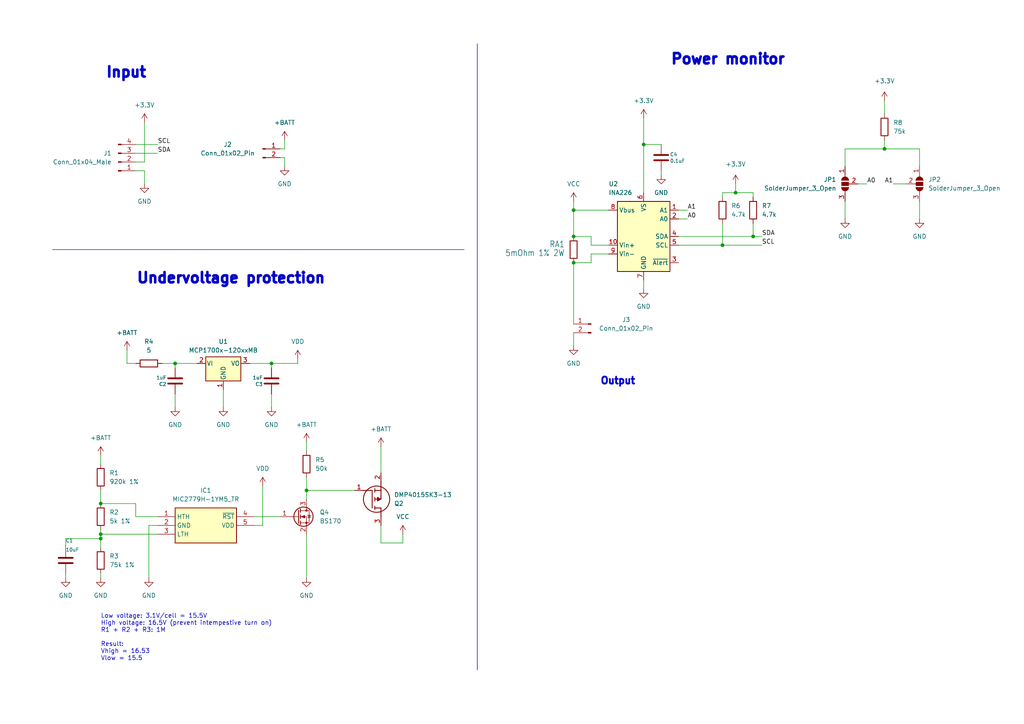
<source format=kicad_sch>
(kicad_sch (version 20230121) (generator eeschema)
  (paper "A4")
  (lib_symbols
    (symbol "Connector:Conn_01x02_Pin" (pin_names (offset 1.016) hide)
      (property "Reference" "J" (at 0 2.54 0))
      (property "Value" "Conn_01x02_Pin" (at 0 -5.08 0))
      (symbol "Conn_01x02_Pin_1_1"
        (polyline (pts (xy 1.27 -2.54) (xy 0.8636 -2.54)) (stroke (width 0.1524)))
        (polyline (pts (xy 1.27 0) (xy 0.8636 0)) (stroke (width 0.1524)))
        (rectangle (start 0.8636 -2.413) (end 0 -2.667) (stroke (width 0.1524)) (fill (type outline)))
        (rectangle (start 0.8636 0.127) (end 0 -0.127) (stroke (width 0.1524)) (fill (type outline)))
        (pin passive line (at 5.08 0 180) (length 3.81) (name "Pin_1") (number "1"))
        (pin passive line (at 5.08 -2.54 180) (length 3.81) (name "Pin_2") (number "2"))
      )
    )
    (symbol "Connector:Conn_01x04_Male" (pin_names (offset 1.016) hide)
      (property "Reference" "J" (at 0 5.08 0))
      (property "Value" "Conn_01x04_Male" (at 0 -7.62 0))
      (symbol "Conn_01x04_Male_1_1"
        (polyline (pts (xy 1.27 -5.08) (xy 0.8636 -5.08)) (stroke (width 0.1524)))
        (polyline (pts (xy 1.27 -2.54) (xy 0.8636 -2.54)) (stroke (width 0.1524)))
        (polyline (pts (xy 1.27 0) (xy 0.8636 0)) (stroke (width 0.1524)))
        (polyline (pts (xy 1.27 2.54) (xy 0.8636 2.54)) (stroke (width 0.1524)))
        (rectangle (start 0.8636 -4.953) (end 0 -5.207) (stroke (width 0.1524)) (fill (type outline)))
        (rectangle (start 0.8636 -2.413) (end 0 -2.667) (stroke (width 0.1524)) (fill (type outline)))
        (rectangle (start 0.8636 0.127) (end 0 -0.127) (stroke (width 0.1524)) (fill (type outline)))
        (rectangle (start 0.8636 2.667) (end 0 2.413) (stroke (width 0.1524)) (fill (type outline)))
        (pin passive line (at 5.08 2.54 180) (length 3.81) (name "Pin_1") (number "1"))
        (pin passive line (at 5.08 0 180) (length 3.81) (name "Pin_2") (number "2"))
        (pin passive line (at 5.08 -2.54 180) (length 3.81) (name "Pin_3") (number "3"))
        (pin passive line (at 5.08 -5.08 180) (length 3.81) (name "Pin_4") (number "4"))
      )
    )
    (symbol "Device:C" (pin_numbers hide) (pin_names (offset 0.254))
      (property "Reference" "C" (at 0.635 2.54 0))
      (property "Value" "C" (at 0.635 -2.54 0))
      (symbol "C_0_1"
        (polyline (pts (xy -2.032 -0.762) (xy 2.032 -0.762)) (stroke (width 0.508)))
        (polyline (pts (xy -2.032 0.762) (xy 2.032 0.762)) (stroke (width 0.508)))
      )
      (symbol "C_1_1"
        (pin passive line (at 0 3.81 270) (length 2.794) (name "~") (number "1"))
        (pin passive line (at 0 -3.81 90) (length 2.794) (name "~") (number "2"))
      )
    )
    (symbol "Device:Q_NMOS_GSD" (pin_names (offset 0) hide)
      (property "Reference" "Q" (at 5.08 1.27 0))
      (property "Value" "Q_NMOS_GSD" (at 5.08 -1.27 0))
      (symbol "Q_NMOS_GSD_0_1"
        (polyline (pts (xy 0.254 0) (xy -2.54 0)))
        (polyline (pts (xy 0.254 1.905) (xy 0.254 -1.905)) (stroke (width 0.254)))
        (polyline (pts (xy 0.762 -1.27) (xy 0.762 -2.286)) (stroke (width 0.254)))
        (polyline (pts (xy 0.762 0.508) (xy 0.762 -0.508)) (stroke (width 0.254)))
        (polyline (pts (xy 0.762 2.286) (xy 0.762 1.27)) (stroke (width 0.254)))
        (polyline (pts (xy 2.54 2.54) (xy 2.54 1.778)))
        (polyline (pts (xy 2.54 -2.54) (xy 2.54 0) (xy 0.762 0)))
        (polyline (pts (xy 0.762 -1.778) (xy 3.302 -1.778) (xy 3.302 1.778) (xy 0.762 1.778)))
        (polyline (pts (xy 1.016 0) (xy 2.032 0.381) (xy 2.032 -0.381) (xy 1.016 0)) (fill (type outline)))
        (polyline (pts (xy 2.794 0.508) (xy 2.921 0.381) (xy 3.683 0.381) (xy 3.81 0.254)))
        (polyline (pts (xy 3.302 0.381) (xy 2.921 -0.254) (xy 3.683 -0.254) (xy 3.302 0.381)))
        (circle (center 1.651 0) (radius 2.794) (stroke (width 0.254)))
        (circle (center 2.54 -1.778) (radius 0.254) (fill (type outline)))
        (circle (center 2.54 1.778) (radius 0.254) (fill (type outline)))
      )
      (symbol "Q_NMOS_GSD_1_1"
        (pin input line (at -5.08 0 0) (length 2.54) (name "G") (number "1"))
        (pin passive line (at 2.54 -5.08 90) (length 2.54) (name "S") (number "2"))
        (pin passive line (at 2.54 5.08 270) (length 2.54) (name "D") (number "3"))
      )
    )
    (symbol "Device:R" (pin_numbers hide) (pin_names (offset 0))
      (property "Reference" "R" (at 2.032 0 90))
      (property "Value" "R" (at 0 0 90))
      (symbol "R_0_1"
        (rectangle (start -1.016 -2.54) (end 1.016 2.54) (stroke (width 0.254)))
      )
      (symbol "R_1_1"
        (pin passive line (at 0 3.81 270) (length 1.27) (name "~") (number "1"))
        (pin passive line (at 0 -3.81 90) (length 1.27) (name "~") (number "2"))
      )
    )
    (symbol "Jumper:SolderJumper_3_Open" (pin_names (offset 0) hide)
      (property "Reference" "JP" (at -2.54 -2.54 0))
      (property "Value" "SolderJumper_3_Open" (at 0 2.794 0))
      (symbol "SolderJumper_3_Open_0_1"
        (arc (start -1.016 1.016) (mid -2.0276 0) (end -1.016 -1.016))
        (arc (start -1.016 1.016) (mid -2.0276 0) (end -1.016 -1.016) (fill (type outline)))
        (rectangle (start -0.508 1.016) (end 0.508 -1.016) (fill (type outline)))
        (polyline (pts (xy -2.54 0) (xy -2.032 0)))
        (polyline (pts (xy -1.016 1.016) (xy -1.016 -1.016)))
        (polyline (pts (xy 0 -1.27) (xy 0 -1.016)))
        (polyline (pts (xy 1.016 1.016) (xy 1.016 -1.016)))
        (polyline (pts (xy 2.54 0) (xy 2.032 0)))
        (arc (start 1.016 -1.016) (mid 2.0276 0) (end 1.016 1.016))
        (arc (start 1.016 -1.016) (mid 2.0276 0) (end 1.016 1.016) (fill (type outline)))
      )
      (symbol "SolderJumper_3_Open_1_1"
        (pin passive line (at -5.08 0 0) (length 2.54) (name "A") (number "1"))
        (pin passive line (at 0 -3.81 90) (length 2.54) (name "C") (number "2"))
        (pin passive line (at 5.08 0 180) (length 2.54) (name "B") (number "3"))
      )
    )
    (symbol "MIC2779L-1YM5_TR:DMP4015SK3-13" (pin_names hide)
      (property "Reference" "Q" (at 11.43 3.81 0))
      (property "Value" "DMP4015SK3-13" (at 11.43 1.27 0))
      (symbol "DMP4015SK3-13_1_1"
        (polyline (pts (xy 2.54 0) (xy 5.08 0)) (stroke (width 0.254)))
        (polyline (pts (xy 5.08 5.08) (xy 5.08 0)) (stroke (width 0.254)))
        (polyline (pts (xy 5.842 -0.508) (xy 5.842 0.508)) (stroke (width 0.254)))
        (polyline (pts (xy 5.842 0) (xy 7.62 0)) (stroke (width 0.254)))
        (polyline (pts (xy 5.842 2.032) (xy 5.842 3.048)) (stroke (width 0.254)))
        (polyline (pts (xy 5.842 5.588) (xy 5.842 4.572)) (stroke (width 0.254)))
        (polyline (pts (xy 7.62 2.54) (xy 5.842 2.54)) (stroke (width 0.254)))
        (polyline (pts (xy 7.62 2.54) (xy 7.62 -2.54)) (stroke (width 0.254)))
        (polyline (pts (xy 7.62 5.08) (xy 5.842 5.08)) (stroke (width 0.254)))
        (polyline (pts (xy 7.62 5.08) (xy 7.62 7.62)) (stroke (width 0.254)))
        (polyline (pts (xy 7.62 2.54) (xy 6.604 3.048) (xy 6.604 2.032) (xy 7.62 2.54)) (stroke (width 0.254)) (fill (type outline)))
        (circle (center 6.35 2.54) (radius 3.81) (stroke (width 0.254)))
        (pin passive line (at 0 0 0) (length 2.54) (name "G") (number "1"))
        (pin passive line (at 7.62 -5.08 90) (length 2.54) (name "S") (number "2"))
        (pin passive line (at 7.62 10.16 270) (length 2.54) (name "D") (number "3"))
      )
    )
    (symbol "MIC2779L-1YM5_TR:MIC2779L-1YM5_TR"
      (property "Reference" "IC" (at 24.13 7.62 0))
      (property "Value" "MIC2779L-1YM5_TR" (at 24.13 5.08 0))
      (symbol "MIC2779L-1YM5_TR_1_1"
        (rectangle (start 5.08 2.54) (end 22.86 -7.62) (stroke (width 0.254)) (fill (type background)))
        (pin passive line (at 0 0 0) (length 5.08) (name "HTH") (number "1"))
        (pin passive line (at 0 -2.54 0) (length 5.08) (name "GND") (number "2"))
        (pin passive line (at 0 -5.08 0) (length 5.08) (name "LTH") (number "3"))
        (pin passive line (at 27.94 0 180) (length 5.08) (name "~{RST}") (number "4"))
        (pin passive line (at 27.94 -2.54 180) (length 5.08) (name "VDD") (number "5"))
      )
    )
    (symbol "Regulator_Linear:MCP1700x-120xxMB" (pin_names (offset 0.254))
      (property "Reference" "U" (at -3.81 3.175 0))
      (property "Value" "MCP1700x-120xxMB" (at 0 3.175 0))
      (symbol "MCP1700x-120xxMB_0_1"
        (rectangle (start -5.08 -5.08) (end 5.08 1.905) (stroke (width 0.254)) (fill (type background)))
      )
      (symbol "MCP1700x-120xxMB_1_1"
        (pin power_in line (at 0 -7.62 90) (length 2.54) (name "GND") (number "1"))
        (pin power_in line (at -7.62 0 0) (length 2.54) (name "VI") (number "2"))
        (pin power_out line (at 7.62 0 180) (length 2.54) (name "VO") (number "3"))
      )
    )
    (symbol "Sensor_Energy:INA226"
      (property "Reference" "U" (at -6.35 11.43 0))
      (property "Value" "INA226" (at 3.81 11.43 0))
      (symbol "INA226_0_1"
        (rectangle (start 7.62 10.16) (end -7.62 -10.16) (stroke (width 0.254)) (fill (type background)))
      )
      (symbol "INA226_1_1"
        (pin input line (at 10.16 7.62 180) (length 2.54) (name "A1") (number "1"))
        (pin input line (at -10.16 -2.54 0) (length 2.54) (name "Vin+") (number "10"))
        (pin input line (at 10.16 5.08 180) (length 2.54) (name "A0") (number "2"))
        (pin open_collector line (at 10.16 -7.62 180) (length 2.54) (name "~{Alert}") (number "3"))
        (pin bidirectional line (at 10.16 0 180) (length 2.54) (name "SDA") (number "4"))
        (pin input line (at 10.16 -2.54 180) (length 2.54) (name "SCL") (number "5"))
        (pin power_in line (at 0 12.7 270) (length 2.54) (name "VS") (number "6"))
        (pin power_in line (at 0 -12.7 90) (length 2.54) (name "GND") (number "7"))
        (pin input line (at -10.16 7.62 0) (length 2.54) (name "Vbus") (number "8"))
        (pin input line (at -10.16 -5.08 0) (length 2.54) (name "Vin-") (number "9"))
      )
    )
    (symbol "power:+3.3V" (power) (pin_names (offset 0))
      (property "Value" "+3.3V" (at 0 3.556 0))
      (symbol "+3.3V_0_1"
        (polyline (pts (xy -0.762 1.27) (xy 0 2.54)))
        (polyline (pts (xy 0 0) (xy 0 2.54)))
        (polyline (pts (xy 0 2.54) (xy 0.762 1.27)))
      )
      (symbol "+3.3V_1_1"
        (pin power_in line (at 0 0 90) (length 0) hide (name "+3.3V") (number "1"))
      )
    )
    (symbol "power:+BATT" (power) (pin_names (offset 0))
      (property "Value" "+BATT" (at 0 3.556 0))
      (symbol "+BATT_0_1"
        (polyline (pts (xy -0.762 1.27) (xy 0 2.54)))
        (polyline (pts (xy 0 0) (xy 0 2.54)))
        (polyline (pts (xy 0 2.54) (xy 0.762 1.27)))
      )
      (symbol "+BATT_1_1"
        (pin power_in line (at 0 0 90) (length 0) hide (name "+BATT") (number "1"))
      )
    )
    (symbol "power:GND" (power) (pin_names (offset 0))
      (property "Value" "GND" (at 0 -3.81 0))
      (symbol "GND_0_1"
        (polyline (pts (xy 0 0) (xy 0 -1.27) (xy 1.27 -1.27) (xy 0 -2.54) (xy -1.27 -1.27) (xy 0 -1.27)))
      )
      (symbol "GND_1_1"
        (pin power_in line (at 0 0 270) (length 0) hide (name "GND") (number "1"))
      )
    )
    (symbol "power:VCC" (power) (pin_names (offset 0))
      (property "Value" "VCC" (at 0 3.81 0))
      (symbol "VCC_0_1"
        (polyline (pts (xy -0.762 1.27) (xy 0 2.54)))
        (polyline (pts (xy 0 0) (xy 0 2.54)))
        (polyline (pts (xy 0 2.54) (xy 0.762 1.27)))
      )
      (symbol "VCC_1_1"
        (pin power_in line (at 0 0 90) (length 0) hide (name "VCC") (number "1"))
      )
    )
    (symbol "power:VDD" (power) (pin_names (offset 0))
      (property "Value" "VDD" (at 0 3.81 0))
      (symbol "VDD_0_1"
        (polyline (pts (xy -0.762 1.27) (xy 0 2.54)))
        (polyline (pts (xy 0 0) (xy 0 2.54)))
        (polyline (pts (xy 0 2.54) (xy 0.762 1.27)))
      )
      (symbol "VDD_1_1"
        (pin power_in line (at 0 0 90) (length 0) hide (name "VDD") (number "1"))
      )
    )
  )
  (junction (at 209.55 71.12))
  (junction (at 50.8 105.41))
  (junction (at 78.74 105.41))
  (junction (at 166.37 76.2))
  (junction (at 88.9 142.24))
  (junction (at 256.54 43.18))
  (junction (at 166.37 68.58))
  (junction (at 29.21 146.05))
  (junction (at 218.44 68.58))
  (junction (at 166.37 60.96))
  (junction (at 213.36 55.88))
  (junction (at 29.21 154.94))
  (junction (at 186.69 41.91))
  (junction (at 29.21 156.21))
  (wire (pts (xy 186.69 34.29) (xy 186.69 41.91)))
  (wire (pts (xy 78.74 105.41) (xy 86.36 105.41)))
  (wire (pts (xy 218.44 68.58) (xy 220.98 68.58)))
  (wire (pts (xy 209.55 55.88) (xy 213.36 55.88)))
  (wire (pts (xy 29.21 156.21) (xy 29.21 158.75)))
  (wire (pts (xy 199.39 63.5) (xy 196.85 63.5)))
  (wire (pts (xy 36.83 105.41) (xy 39.37 105.41)))
  (wire (pts (xy 245.11 48.26) (xy 245.11 43.18)))
  (wire (pts (xy 186.69 41.91) (xy 186.69 55.88)))
  (wire (pts (xy 213.36 53.34) (xy 213.36 55.88)))
  (wire (pts (xy 29.21 154.94) (xy 29.21 156.21)))
  (wire (pts (xy 29.21 153.67) (xy 29.21 154.94)))
  (wire (pts (xy 88.9 154.94) (xy 88.9 167.64)))
  (wire (pts (xy 171.45 68.58) (xy 166.37 68.58)))
  (wire (pts (xy 110.49 157.48) (xy 110.49 152.4)))
  (wire (pts (xy 45.72 149.86) (xy 39.37 149.86)))
  (wire (pts (xy 176.53 73.66) (xy 171.45 73.66)))
  (wire (pts (xy 76.2 152.4) (xy 76.2 140.97)))
  (wire (pts (xy 266.7 63.5) (xy 266.7 58.42)))
  (wire (pts (xy 36.83 101.6) (xy 36.83 105.41)))
  (wire (pts (xy 256.54 29.21) (xy 256.54 33.02)))
  (wire (pts (xy 88.9 138.43) (xy 88.9 142.24)))
  (wire (pts (xy 73.66 152.4) (xy 76.2 152.4)))
  (wire (pts (xy 171.45 73.66) (xy 171.45 76.2)))
  (wire (pts (xy 46.99 105.41) (xy 50.8 105.41)))
  (wire (pts (xy 191.77 49.53) (xy 191.77 50.8)))
  (wire (pts (xy 50.8 106.68) (xy 50.8 105.41)))
  (wire (pts (xy 256.54 43.18) (xy 266.7 43.18)))
  (wire (pts (xy 186.69 81.28) (xy 186.69 83.82)))
  (wire (pts (xy 39.37 49.53) (xy 41.91 49.53)))
  (wire (pts (xy 82.55 45.72) (xy 82.55 48.26)))
  (wire (pts (xy 176.53 71.12) (xy 171.45 71.12)))
  (wire (pts (xy 78.74 105.41) (xy 78.74 106.68)))
  (wire (pts (xy 209.55 64.77) (xy 209.55 71.12)))
  (wire (pts (xy 39.37 41.91) (xy 45.72 41.91)))
  (wire (pts (xy 45.72 154.94) (xy 29.21 154.94)))
  (wire (pts (xy 116.84 157.48) (xy 116.84 154.94)))
  (wire (pts (xy 29.21 132.08) (xy 29.21 134.62)))
  (wire (pts (xy 166.37 93.98) (xy 166.37 76.2)))
  (wire (pts (xy 19.05 156.21) (xy 29.21 156.21)))
  (wire (pts (xy 166.37 60.96) (xy 166.37 58.42)))
  (wire (pts (xy 171.45 76.2) (xy 166.37 76.2)))
  (wire (pts (xy 266.7 43.18) (xy 266.7 48.26)))
  (wire (pts (xy 245.11 63.5) (xy 245.11 58.42)))
  (wire (pts (xy 256.54 43.18) (xy 256.54 40.64)))
  (wire (pts (xy 72.39 105.41) (xy 78.74 105.41)))
  (wire (pts (xy 43.18 152.4) (xy 45.72 152.4)))
  (wire (pts (xy 245.11 43.18) (xy 256.54 43.18)))
  (wire (pts (xy 81.28 45.72) (xy 82.55 45.72)))
  (wire (pts (xy 64.77 113.03) (xy 64.77 118.11)))
  (wire (pts (xy 19.05 158.75) (xy 19.05 156.21)))
  (wire (pts (xy 171.45 71.12) (xy 171.45 68.58)))
  (wire (pts (xy 82.55 43.18) (xy 81.28 43.18)))
  (wire (pts (xy 199.39 60.96) (xy 196.85 60.96)))
  (wire (pts (xy 29.21 166.37) (xy 29.21 167.64)))
  (wire (pts (xy 88.9 128.27) (xy 88.9 130.81)))
  (wire (pts (xy 41.91 46.99) (xy 39.37 46.99)))
  (wire (pts (xy 39.37 146.05) (xy 29.21 146.05)))
  (wire (pts (xy 39.37 149.86) (xy 39.37 146.05)))
  (wire (pts (xy 50.8 114.3) (xy 50.8 118.11)))
  (wire (pts (xy 41.91 49.53) (xy 41.91 53.34)))
  (wire (pts (xy 209.55 55.88) (xy 209.55 57.15)))
  (wire (pts (xy 196.85 68.58) (xy 218.44 68.58)))
  (wire (pts (xy 209.55 71.12) (xy 220.98 71.12)))
  (wire (pts (xy 82.55 40.64) (xy 82.55 43.18)))
  (wire (pts (xy 19.05 166.37) (xy 19.05 167.64)))
  (wire (pts (xy 110.49 129.54) (xy 110.49 137.16)))
  (wire (pts (xy 176.53 60.96) (xy 166.37 60.96)))
  (wire (pts (xy 196.85 71.12) (xy 209.55 71.12)))
  (wire (pts (xy 78.74 114.3) (xy 78.74 118.11)))
  (wire (pts (xy 186.69 41.91) (xy 191.77 41.91)))
  (wire (pts (xy 86.36 105.41) (xy 86.36 104.14)))
  (wire (pts (xy 218.44 64.77) (xy 218.44 68.58)))
  (wire (pts (xy 41.91 35.56) (xy 41.91 46.99)))
  (wire (pts (xy 43.18 167.64) (xy 43.18 152.4)))
  (wire (pts (xy 213.36 55.88) (xy 218.44 55.88)))
  (wire (pts (xy 166.37 96.52) (xy 166.37 100.33)))
  (polyline (pts (xy 138.43 12.7) (xy 138.43 194.31)) (stroke (width 0.1524) (type solid)))
  (wire (pts (xy 218.44 55.88) (xy 218.44 57.15)))
  (wire (pts (xy 50.8 105.41) (xy 57.15 105.41)))
  (wire (pts (xy 166.37 60.96) (xy 166.37 68.58)))
  (wire (pts (xy 88.9 142.24) (xy 88.9 144.78)))
  (wire (pts (xy 259.08 53.34) (xy 262.89 53.34)))
  (wire (pts (xy 116.84 157.48) (xy 110.49 157.48)))
  (polyline (pts (xy 134.62 72.39) (xy 15.24 72.39)) (stroke (width 0.1524) (type solid)))
  (wire (pts (xy 248.92 53.34) (xy 251.46 53.34)))
  (wire (pts (xy 39.37 44.45) (xy 45.72 44.45)))
  (wire (pts (xy 73.66 149.86) (xy 81.28 149.86)))
  (wire (pts (xy 102.87 142.24) (xy 88.9 142.24)))
  (wire (pts (xy 29.21 142.24) (xy 29.21 146.05)))
  (text "Power monitor" (at 194.31 19.05 0) (effects (font (size 3 3) (thickness 1) bold) (justify left bottom)))
  (text "Low voltage: 3.1V/cell = 15.5V\nHigh voltage: 16.5V (prevent intempestive turn on)\nR1 + R2 + R3: 1M\n\nResult:\nVhigh = 16.53\nVlow = 15.5" (at 29.21 191.77 0) (effects (font (size 1.27 1.27)) (justify left bottom)))
  (text "Output" (at 173.99 111.76 0) (effects (font (size 2 2) (thickness 1) bold) (justify left bottom)))
  (text "Undervoltage protection" (at 39.37 82.55 0) (effects (font (size 3 3) (thickness 1) bold) (justify left bottom)))
  (text "Input" (at 30.48 22.86 0) (effects (font (size 3 3) (thickness 1) bold) (justify left bottom)))
  (label "A1" (at 199.39 60.96 0))
  (label "A0" (at 251.46 53.34 0))
  (label "SCL" (at 220.98 71.12 0))
  (label "A1" (at 259.08 53.34 180))
  (label "SDA" (at 45.72 44.45 0))
  (label "SCL" (at 45.72 41.91 0))
  (label "A0" (at 199.39 63.5 0))
  (label "SDA" (at 220.98 68.58 0))
  (symbol (lib_id "Regulator_Linear:MCP1700x-120xxMB") (at 64.77 105.41 0) (unit 1)
    (property "Reference" "U1" (at 64.77 99.06 0))
    (property "Value" "MCP1700x-120xxMB" (at 64.77 101.6 0))
    (property "Footprint" "Package_TO_SOT_SMD:SOT-89-3" (effects hide))
    (property "Datasheet" "http://ww1.microchip.com/downloads/en/DeviceDoc/20001826D.pdf" (effects hide))
    (property "RS" "    669-4923" (effects hide))
  )
  (symbol (lib_id "Connector:Conn_01x02_Pin") (at 171.45 93.98 0) (mirror y) (unit 1)
    (property "Reference" "J3" (at 181.61 92.71 0))
    (property "Value" "Conn_01x02_Pin" (at 181.61 95.25 0))
    (property "Footprint" "MIC2779L-1YM5_TR:BatteryHolderOutput" (effects hide))
  )
  (symbol (lib_id "power:GND") (at 266.7 63.5 0) (unit 1)
    (property "Reference" "#PWR027" (effects hide))
    (property "Value" "GND" (at 266.7 68.58 0))
  )
  (symbol (lib_id "Device:R") (at 88.9 134.62 0) (unit 1)
    (property "Reference" "R5" (at 91.44 133.3499 0) (effects (justify left)))
    (property "Value" "50k" (at 91.44 135.8899 0) (effects (justify left)))
    (property "Footprint" "Resistor_SMD:R_0805_2012Metric_Pad1.20x1.40mm_HandSolder" (effects hide))
  )
  (symbol (lib_id "power:GND") (at 88.9 167.64 0) (unit 1)
    (property "Reference" "#PWR016" (effects hide))
    (property "Value" "GND" (at 88.9 172.72 0))
  )
  (symbol (lib_id "power:+BATT") (at 29.21 132.08 0) (unit 1)
    (property "Reference" "#PWR02" (effects hide))
    (property "Value" "+BATT" (at 29.21 127 0))
  )
  (symbol (lib_id "Device:R") (at 29.21 149.86 0) (unit 1)
    (property "Reference" "R2" (at 31.75 148.5899 0) (effects (justify left)))
    (property "Value" "5k 1%" (at 31.75 151.1299 0) (effects (justify left)))
    (property "Footprint" "Resistor_SMD:R_0805_2012Metric_Pad1.20x1.40mm_HandSolder" (effects hide))
    (property "Mouser Part Number" " 71-CRCW0805-5K " (effects hide))
  )
  (symbol (lib_id "power:GND") (at 50.8 118.11 0) (unit 1)
    (property "Reference" "#PWR08" (effects hide))
    (property "Value" "GND" (at 50.8 123.19 0))
  )
  (symbol (lib_id "power:GND") (at 245.11 63.5 0) (mirror y) (unit 1)
    (property "Reference" "#PWR025" (effects hide))
    (property "Value" "GND" (at 245.11 68.58 0))
  )
  (symbol (lib_id "power:+BATT") (at 82.55 40.64 0) (unit 1)
    (property "Reference" "#PWR012" (effects hide))
    (property "Value" "+BATT" (at 82.55 35.56 0))
  )
  (symbol (lib_id "Device:R") (at 218.44 60.96 0) (unit 1)
    (property "Reference" "R7" (at 220.98 59.6899 0) (effects (justify left)))
    (property "Value" "4.7k" (at 220.98 62.2299 0) (effects (justify left)))
    (property "Footprint" "Resistor_SMD:R_0805_2012Metric_Pad1.20x1.40mm_HandSolder" (effects hide))
  )
  (symbol (lib_id "power:GND") (at 186.69 83.82 0) (unit 1)
    (property "Reference" "#PWR022" (effects hide))
    (property "Value" "GND" (at 186.69 88.9 0))
  )
  (symbol (lib_id "Device:R") (at 29.21 138.43 0) (unit 1)
    (property "Reference" "R1" (at 31.75 137.16 0) (effects (justify left)))
    (property "Value" "920k 1%" (at 31.75 139.7 0) (effects (justify left)))
    (property "Footprint" "Resistor_SMD:R_0805_2012Metric_Pad1.20x1.40mm_HandSolder" (effects hide))
    (property "Mouser Part Number" " 660-RN73H2ATD9203B25 " (effects hide))
  )
  (symbol (lib_id "Device:Q_NMOS_GSD") (at 86.36 149.86 0) (unit 1)
    (property "Reference" "Q4" (at 92.71 148.59 0) (effects (justify left)))
    (property "Value" "BS170" (at 92.71 151.13 0) (effects (justify left)))
    (property "Footprint" "Package_TO_SOT_SMD:SC-59" (effects hide))
    (property "RS" "    739-0357" (effects hide))
  )
  (symbol (lib_id "power:GND") (at 82.55 48.26 0) (unit 1)
    (property "Reference" "#PWR013" (effects hide))
    (property "Value" "GND" (at 82.55 53.34 0))
  )
  (symbol (lib_id "Device:C") (at 191.77 45.72 0) (unit 1)
    (property "Reference" "C4" (at 194.31 44.196 0) (effects (font (size 1.016 1.016)) (justify left top)))
    (property "Value" "0.1uF" (at 194.31 47.244 0) (effects (font (size 1.016 1.016)) (justify left bottom)))
    (property "Footprint" "Capacitor_SMD:C_0402_1005Metric_Pad0.74x0.62mm_HandSolder" (effects hide))
    (property "HOUSEPART" "YES" (effects hide))
    (property "MPN" "MF-CAP-0402-0.1uF" (effects hide))
    (property "RS" "    247-7824" (effects hide))
  )
  (symbol (lib_id "power:+3.3V") (at 41.91 35.56 0) (unit 1)
    (property "Reference" "#PWR05" (effects hide))
    (property "Value" "+3.3V" (at 41.91 30.48 0))
  )
  (symbol (lib_id "power:VCC") (at 116.84 154.94 0) (unit 1)
    (property "Reference" "#PWR018" (effects hide))
    (property "Value" "VCC" (at 116.84 149.86 0))
  )
  (symbol (lib_id "power:GND") (at 166.37 100.33 0) (unit 1)
    (property "Reference" "#PWR020" (effects hide))
    (property "Value" "GND" (at 166.37 105.41 0))
  )
  (symbol (lib_id "power:GND") (at 29.21 167.64 0) (unit 1)
    (property "Reference" "#PWR03" (effects hide))
    (property "Value" "GND" (at 29.21 172.72 0))
  )
  (symbol (lib_id "Device:R") (at 166.37 72.39 180) (unit 1)
    (property "Reference" "RA1" (at 163.83 69.85 0) (effects (font (size 1.778 1.5113)) (justify left bottom)))
    (property "Value" "5mOhm 1% 2W" (at 163.83 72.39 0) (effects (font (size 1.778 1.5113)) (justify left bottom)))
    (property "Footprint" "Resistor_SMD:R_2512_6332Metric_Pad1.40x3.35mm_HandSolder" (effects hide))
    (property "POPULATE" "1" (effects hide))
    (property "RS" "  182-5562" (effects hide))
  )
  (symbol (lib_id "Device:R") (at 209.55 60.96 0) (unit 1)
    (property "Reference" "R6" (at 212.09 59.6899 0) (effects (justify left)))
    (property "Value" "4.7k" (at 212.09 62.2299 0) (effects (justify left)))
    (property "Footprint" "Resistor_SMD:R_0805_2012Metric_Pad1.20x1.40mm_HandSolder" (effects hide))
  )
  (symbol (lib_id "Connector:Conn_01x02_Pin") (at 76.2 43.18 0) (unit 1)
    (property "Reference" "J2" (at 66.04 41.91 0))
    (property "Value" "Conn_01x02_Pin" (at 66.04 44.45 0))
    (property "Footprint" "MIC2779L-1YM5_TR:BatteryHolder" (effects hide))
  )
  (symbol (lib_id "Jumper:SolderJumper_3_Open") (at 245.11 53.34 90) (mirror x) (unit 1) (in_bom no)
    (property "Reference" "JP1" (at 242.57 52.07 90) (effects (justify left)))
    (property "Value" "SolderJumper_3_Open" (at 242.57 54.61 90) (effects (justify left)))
    (property "Footprint" "Jumper:SolderJumper-3_P1.3mm_Open_Pad1.0x1.5mm" (effects hide))
  )
  (symbol (lib_id "Device:C") (at 78.74 110.49 180) (unit 1)
    (property "Reference" "C3" (at 76.2 112.014 0) (effects (font (size 1.016 1.016)) (justify left top)))
    (property "Value" "1uF" (at 76.2 108.966 0) (effects (font (size 1.016 1.016)) (justify left bottom)))
    (property "Footprint" "Capacitor_SMD:C_0402_1005Metric_Pad0.74x0.62mm_HandSolder" (effects hide))
    (property "HOUSEPART" "YES" (effects hide))
    (property "MPN" "MF-CAP-0402-1uF" (effects hide))
    (property "RS" "    103-4095" (effects hide))
  )
  (symbol (lib_id "Device:R") (at 29.21 162.56 0) (unit 1)
    (property "Reference" "R3" (at 31.75 161.2899 0) (effects (justify left)))
    (property "Value" "75k 1%" (at 31.75 163.8299 0) (effects (justify left)))
    (property "Footprint" "Resistor_SMD:R_0805_2012Metric_Pad1.20x1.40mm_HandSolder" (effects hide))
    (property "Mouser Part Number" " 603-RC0805FR-0775KL " (effects hide))
  )
  (symbol (lib_id "Connector:Conn_01x04_Male") (at 34.29 46.99 0) (mirror x) (unit 1)
    (property "Reference" "J1" (at 32.385 44.4499 0) (effects (justify right)))
    (property "Value" "Conn_01x04_Male" (at 32.385 46.9899 0) (effects (justify right)))
    (property "Footprint" "Connector_JST:JST_SH_SM04B-SRSS-TB_1x04-1MP_P1.00mm_Horizontal" (effects hide))
    (property "RS" "    515-1513" (effects hide))
  )
  (symbol (lib_id "power:+BATT") (at 110.49 129.54 0) (unit 1)
    (property "Reference" "#PWR017" (effects hide))
    (property "Value" "+BATT" (at 110.49 124.46 0))
  )
  (symbol (lib_id "power:+BATT") (at 36.83 101.6 0) (unit 1)
    (property "Reference" "#PWR04" (effects hide))
    (property "Value" "+BATT" (at 36.83 96.52 0))
  )
  (symbol (lib_id "power:+3.3V") (at 256.54 29.21 0) (unit 1)
    (property "Reference" "#PWR026" (effects hide))
    (property "Value" "+3.3V" (at 256.54 23.495 0))
  )
  (symbol (lib_id "power:GND") (at 41.91 53.34 0) (unit 1)
    (property "Reference" "#PWR06" (effects hide))
    (property "Value" "GND" (at 41.91 58.42 0))
  )
  (symbol (lib_id "power:VCC") (at 166.37 58.42 0) (unit 1)
    (property "Reference" "#PWR019" (effects hide))
    (property "Value" "VCC" (at 166.37 53.34 0))
  )
  (symbol (lib_id "Device:R") (at 43.18 105.41 90) (unit 1)
    (property "Reference" "R4" (at 43.18 99.06 90))
    (property "Value" "5" (at 43.18 101.6 90))
    (property "Footprint" "Resistor_SMD:R_0805_2012Metric_Pad1.20x1.40mm_HandSolder" (effects hide))
  )
  (symbol (lib_id "Jumper:SolderJumper_3_Open") (at 266.7 53.34 270) (unit 1) (in_bom no)
    (property "Reference" "JP2" (at 269.24 52.07 90) (effects (justify left)))
    (property "Value" "SolderJumper_3_Open" (at 269.24 54.61 90) (effects (justify left)))
    (property "Footprint" "Jumper:SolderJumper-3_P1.3mm_Open_Pad1.0x1.5mm" (effects hide))
  )
  (symbol (lib_id "power:VDD") (at 86.36 104.14 0) (unit 1)
    (property "Reference" "#PWR014" (effects hide))
    (property "Value" "VDD" (at 86.36 99.06 0))
  )
  (symbol (lib_id "power:GND") (at 43.18 167.64 0) (unit 1)
    (property "Reference" "#PWR07" (effects hide))
    (property "Value" "GND" (at 43.18 172.72 0))
  )
  (symbol (lib_id "power:GND") (at 64.77 118.11 0) (unit 1)
    (property "Reference" "#PWR09" (effects hide))
    (property "Value" "GND" (at 64.77 123.19 0))
  )
  (symbol (lib_id "power:+BATT") (at 88.9 128.27 0) (unit 1)
    (property "Reference" "#PWR015" (effects hide))
    (property "Value" "+BATT" (at 88.9 123.19 0))
  )
  (symbol (lib_id "Device:C") (at 50.8 110.49 180) (unit 1)
    (property "Reference" "C2" (at 48.26 112.014 0) (effects (font (size 1.016 1.016)) (justify left top)))
    (property "Value" "1uF" (at 48.26 108.966 0) (effects (font (size 1.016 1.016)) (justify left bottom)))
    (property "Footprint" "Capacitor_SMD:C_0402_1005Metric_Pad0.74x0.62mm_HandSolder" (effects hide))
    (property "HOUSEPART" "YES" (effects hide))
    (property "MPN" "MF-CAP-0402-1uF" (effects hide))
    (property "RS" "    103-4095" (effects hide))
  )
  (symbol (lib_id "Device:C") (at 19.05 162.56 0) (unit 1)
    (property "Reference" "C1" (at 19.05 156.21 0) (effects (font (size 1.016 1.016)) (justify left top)))
    (property "Value" "10uF" (at 19.05 160.02 0) (effects (font (size 1.016 1.016)) (justify left bottom)))
    (property "Footprint" "Capacitor_SMD:C_1206_3216Metric_Pad1.33x1.80mm_HandSolder" (effects hide))
    (property "MF" "TDK" (effects hide))
    (property "MPN" "C3216X7R1H106K160AE" (effects hide))
    (property "RS" "    165-6471" (effects hide))
  )
  (symbol (lib_id "Device:R") (at 256.54 36.83 0) (unit 1)
    (property "Reference" "R8" (at 259.08 35.5599 0) (effects (justify left)))
    (property "Value" "75k" (at 259.08 38.1 0) (effects (justify left)))
    (property "Footprint" "Resistor_SMD:R_0805_2012Metric_Pad1.20x1.40mm_HandSolder" (effects hide))
  )
  (symbol (lib_id "power:GND") (at 191.77 50.8 0) (unit 1)
    (property "Reference" "#PWR023" (effects hide))
    (property "Value" "GND" (at 191.77 55.88 0))
  )
  (symbol (lib_id "MIC2779L-1YM5_TR:DMP4015SK3-13") (at 102.87 142.24 0) (mirror x) (unit 1)
    (property "Reference" "Q2" (at 114.3 146.05 0) (effects (justify left)))
    (property "Value" "DMP4015SK3-13" (at 114.3 143.51 0) (effects (justify left)))
    (property "Footprint" "MIC2779L-1YM5_TR:AZ1084CD50TRG1" (effects hide))
    (property "Datasheet" "https://www.diodes.com/assets/Datasheets/DMP4015SK3.pdf" (effects hide))
    (property "Height" "2.38" (effects hide))
    (property "Manufacturer_Name" "Diodes Inc." (effects hide))
    (property "Manufacturer_Part_Number" "DMP4015SK3-13" (effects hide))
    (property "Mouser Part Number" "621-DMP4015SK3-13" (effects hide))
    (property "Mouser Price/Stock" "https://www.mouser.co.uk/ProductDetail/Diodes-Incorporated/DMP4015SK3-13?qs=T%2FOtf55vL7fON%252BtWokt2Lw%3D%3D" (effects hide))
    (property "Arrow Part Number" "DMP4015SK3-13" (effects hide))
    (property "Arrow Price/Stock" "https://www.arrow.com/en/products/dmp4015sk3-13/diodes-incorporated" (effects hide))
  )
  (symbol (lib_id "power:GND") (at 19.05 167.64 0) (unit 1)
    (property "Reference" "#PWR01" (effects hide))
    (property "Value" "GND" (at 19.05 172.72 0))
  )
  (symbol (lib_id "Sensor_Energy:INA226") (at 186.69 68.58 0) (unit 1)
    (property "Reference" "U2" (at 176.53 53.34 0) (effects (justify left)))
    (property "Value" "INA226" (at 176.53 55.88 0) (effects (justify left)))
    (property "Footprint" "Package_SO:VSSOP-10_3x3mm_P0.5mm" (effects hide))
    (property "Datasheet" "http://www.ti.com/lit/ds/symlink/ina226.pdf" (effects hide))
    (property "RS" "    742-2889" (effects hide))
  )
  (symbol (lib_id "power:+3.3V") (at 213.36 53.34 0) (unit 1)
    (property "Reference" "#PWR024" (effects hide))
    (property "Value" "+3.3V" (at 213.36 47.625 0))
  )
  (symbol (lib_id "power:+3.3V") (at 186.69 34.29 0) (unit 1)
    (property "Reference" "#PWR021" (effects hide))
    (property "Value" "+3.3V" (at 186.69 29.21 0))
  )
  (symbol (lib_id "power:GND") (at 78.74 118.11 0) (unit 1)
    (property "Reference" "#PWR011" (effects hide))
    (property "Value" "GND" (at 78.74 123.19 0))
  )
  (symbol (lib_id "power:VDD") (at 76.2 140.97 0) (unit 1)
    (property "Reference" "#PWR010" (effects hide))
    (property "Value" "VDD" (at 76.2 135.89 0))
  )
  (symbol (lib_id "MIC2779L-1YM5_TR:MIC2779L-1YM5_TR") (at 45.72 149.86 0) (unit 1)
    (property "Reference" "IC1" (at 59.69 142.24 0))
    (property "Value" "MIC2779H-1YM5_TR" (at 59.69 144.78 0))
    (property "Footprint" "MIC2779L-1YM5_TR:SOT95P280X145-5N" (effects hide))
    (property "Datasheet" "https://ww1.microchip.com/downloads/en/DeviceDoc/MIC2779-Voltage-Monitor-with-Adjustable-Hysteresis-DS20006116A.pdf" (effects hide))
    (property "Height" "1.45" (effects hide))
    (property "Manufacturer_Name" "Microchip" (effects hide))
    (property "Manufacturer_Part_Number" "MIC2779L-1YM5 TR" (effects hide))
    (property "Mouser Part Number" " 998-MIC2779H-1YM5TR " (effects hide))
    (property "Arrow Part Number" "MIC2779L-1YM5 TR" (effects hide))
    (property "Arrow Price/Stock" "https://www.arrow.com/en/products/mic2779l-1ym5-tr/microchip-technology" (effects hide))
  )
)
</source>
